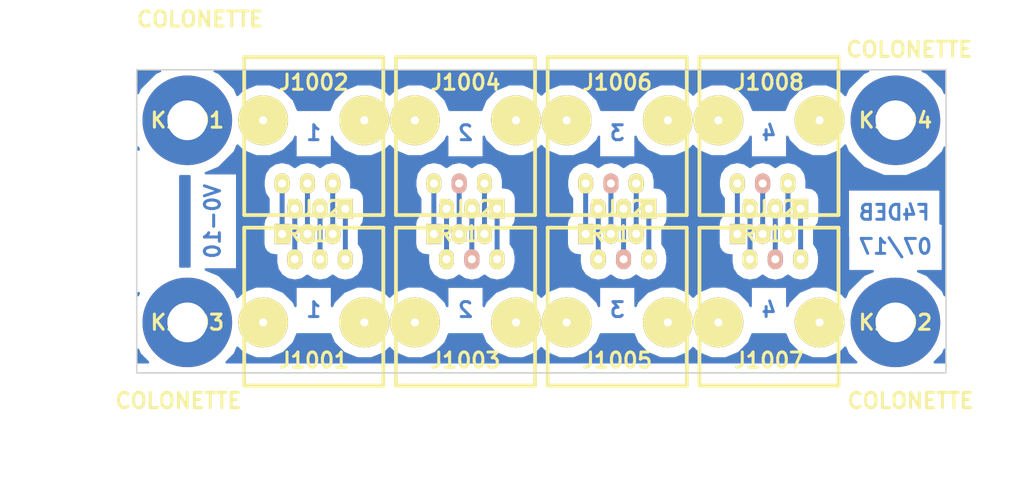
<source format=kicad_pcb>
(kicad_pcb (version 4) (host pcbnew 4.0.6)

  (general
    (links 28)
    (no_connects 0)
    (area 181.713287 44.1738 285.185 93.378001)
    (thickness 1.6)
    (drawings 23)
    (tracks 24)
    (zones 0)
    (modules 12)
    (nets 45)
  )

  (page A4)
  (title_block
    (title ICD_BOARD)
    (date 2017-07-18)
    (rev V0-10)
    (company F4DEB)
  )

  (layers
    (0 F.Cu signal)
    (31 B.Cu signal)
    (32 B.Adhes user)
    (33 F.Adhes user)
    (34 B.Paste user)
    (35 F.Paste user)
    (36 B.SilkS user)
    (37 F.SilkS user)
    (38 B.Mask user)
    (39 F.Mask user)
    (40 Dwgs.User user)
    (41 Cmts.User user)
    (42 Eco1.User user)
    (43 Eco2.User user)
    (44 Edge.Cuts user)
    (45 Margin user)
    (46 B.CrtYd user)
    (47 F.CrtYd user)
    (48 B.Fab user)
    (49 F.Fab user)
  )

  (setup
    (last_trace_width 0.25)
    (user_trace_width 0.3)
    (user_trace_width 0.35)
    (user_trace_width 0.5)
    (trace_clearance 0.2)
    (zone_clearance 1)
    (zone_45_only no)
    (trace_min 0.2)
    (segment_width 0.2)
    (edge_width 0.15)
    (via_size 0.6)
    (via_drill 0.4)
    (via_min_size 0.4)
    (via_min_drill 0.3)
    (user_via 1.3 0.8)
    (uvia_size 0.3)
    (uvia_drill 0.1)
    (uvias_allowed no)
    (uvia_min_size 0.2)
    (uvia_min_drill 0.1)
    (pcb_text_width 0.3)
    (pcb_text_size 1.5 1.5)
    (mod_edge_width 0.15)
    (mod_text_size 1 1)
    (mod_text_width 0.15)
    (pad_size 1.5 2)
    (pad_drill 0.8128)
    (pad_to_mask_clearance 0.2)
    (aux_axis_origin 0 0)
    (visible_elements 7FFFFFFF)
    (pcbplotparams
      (layerselection 0x21000_00000001)
      (usegerberextensions false)
      (excludeedgelayer true)
      (linewidth 0.050000)
      (plotframeref true)
      (viasonmask false)
      (mode 1)
      (useauxorigin false)
      (hpglpennumber 1)
      (hpglpenspeed 20)
      (hpglpendiameter 15)
      (hpglpenoverlay 2)
      (psnegative false)
      (psa4output false)
      (plotreference true)
      (plotvalue true)
      (plotinvisibletext false)
      (padsonsilk false)
      (subtractmaskfromsilk false)
      (outputformat 5)
      (mirror false)
      (drillshape 2)
      (scaleselection 1)
      (outputdirectory ""))
  )

  (net 0 "")
  (net 1 "Net-(J1001-Pad4)")
  (net 2 "Net-(J1001-Pad2)")
  (net 3 "Net-(J1001-Pad6)")
  (net 4 "Net-(J1001-Pad1)")
  (net 5 "Net-(J1001-Pad3)")
  (net 6 "Net-(J1001-Pad5)")
  (net 7 "Net-(J1003-Pad4)")
  (net 8 "Net-(J1003-Pad2)")
  (net 9 "Net-(J1003-Pad6)")
  (net 10 "Net-(J1003-Pad1)")
  (net 11 "Net-(J1003-Pad3)")
  (net 12 "Net-(J1003-Pad5)")
  (net 13 "Net-(J1005-Pad4)")
  (net 14 "Net-(J1005-Pad2)")
  (net 15 "Net-(J1005-Pad6)")
  (net 16 "Net-(J1005-Pad1)")
  (net 17 "Net-(J1005-Pad3)")
  (net 18 "Net-(J1005-Pad5)")
  (net 19 "Net-(J1007-Pad4)")
  (net 20 "Net-(J1007-Pad2)")
  (net 21 "Net-(J1007-Pad6)")
  (net 22 "Net-(J1007-Pad1)")
  (net 23 "Net-(J1007-Pad3)")
  (net 24 "Net-(J1007-Pad5)")
  (net 25 "Net-(K1001-Pad1)")
  (net 26 "Net-(K1002-Pad1)")
  (net 27 "Net-(K1003-Pad1)")
  (net 28 "Net-(K1004-Pad1)")
  (net 29 "Net-(J1001-Pad8)")
  (net 30 "Net-(J1001-Pad7)")
  (net 31 "Net-(J1002-Pad8)")
  (net 32 "Net-(J1002-Pad7)")
  (net 33 "Net-(J1003-Pad8)")
  (net 34 "Net-(J1003-Pad7)")
  (net 35 "Net-(J1004-Pad8)")
  (net 36 "Net-(J1004-Pad7)")
  (net 37 "Net-(J1005-Pad8)")
  (net 38 "Net-(J1005-Pad7)")
  (net 39 "Net-(J1006-Pad8)")
  (net 40 "Net-(J1006-Pad7)")
  (net 41 "Net-(J1007-Pad8)")
  (net 42 "Net-(J1007-Pad7)")
  (net 43 "Net-(J1008-Pad8)")
  (net 44 "Net-(J1008-Pad7)")

  (net_class Default "Ceci est la Netclass par défaut"
    (clearance 0.2)
    (trace_width 0.25)
    (via_dia 0.6)
    (via_drill 0.4)
    (uvia_dia 0.3)
    (uvia_drill 0.1)
    (add_net "Net-(J1001-Pad1)")
    (add_net "Net-(J1001-Pad2)")
    (add_net "Net-(J1001-Pad3)")
    (add_net "Net-(J1001-Pad4)")
    (add_net "Net-(J1001-Pad5)")
    (add_net "Net-(J1001-Pad6)")
    (add_net "Net-(J1001-Pad7)")
    (add_net "Net-(J1001-Pad8)")
    (add_net "Net-(J1002-Pad7)")
    (add_net "Net-(J1002-Pad8)")
    (add_net "Net-(J1003-Pad1)")
    (add_net "Net-(J1003-Pad2)")
    (add_net "Net-(J1003-Pad3)")
    (add_net "Net-(J1003-Pad4)")
    (add_net "Net-(J1003-Pad5)")
    (add_net "Net-(J1003-Pad6)")
    (add_net "Net-(J1003-Pad7)")
    (add_net "Net-(J1003-Pad8)")
    (add_net "Net-(J1004-Pad7)")
    (add_net "Net-(J1004-Pad8)")
    (add_net "Net-(J1005-Pad1)")
    (add_net "Net-(J1005-Pad2)")
    (add_net "Net-(J1005-Pad3)")
    (add_net "Net-(J1005-Pad4)")
    (add_net "Net-(J1005-Pad5)")
    (add_net "Net-(J1005-Pad6)")
    (add_net "Net-(J1005-Pad7)")
    (add_net "Net-(J1005-Pad8)")
    (add_net "Net-(J1006-Pad7)")
    (add_net "Net-(J1006-Pad8)")
    (add_net "Net-(J1007-Pad1)")
    (add_net "Net-(J1007-Pad2)")
    (add_net "Net-(J1007-Pad3)")
    (add_net "Net-(J1007-Pad4)")
    (add_net "Net-(J1007-Pad5)")
    (add_net "Net-(J1007-Pad6)")
    (add_net "Net-(J1007-Pad7)")
    (add_net "Net-(J1007-Pad8)")
    (add_net "Net-(J1008-Pad7)")
    (add_net "Net-(J1008-Pad8)")
    (add_net "Net-(K1001-Pad1)")
    (add_net "Net-(K1002-Pad1)")
    (add_net "Net-(K1003-Pad1)")
    (add_net "Net-(K1004-Pad1)")
  )

  (module 4deb-mod-library:RJ12_E (layer F.Cu) (tedit 596E3EAC) (tstamp 56BBB7FB)
    (at 229.87 36.703)
    (path /56B2663E)
    (fp_text reference J1003 (at 0 12.7) (layer F.SilkS)
      (effects (font (thickness 0.3048)))
    )
    (fp_text value RJ12 (at 0 -2.54) (layer F.SilkS)
      (effects (font (thickness 0.3048)))
    )
    (fp_line (start 6.985 -0.635) (end 6.985 15.24) (layer F.SilkS) (width 0.381))
    (fp_line (start 6.985 15.24) (end -6.985 15.24) (layer F.SilkS) (width 0.381))
    (fp_line (start -6.985 15.24) (end -6.985 -0.635) (layer F.SilkS) (width 0.381))
    (fp_line (start -6.985 -0.635) (end 6.985 -0.635) (layer F.SilkS) (width 0.381))
    (pad 4 thru_hole oval (at 0.635 2.54) (size 1.5 2) (drill 0.8128) (layers *.Cu *.Mask B.SilkS)
      (net 7 "Net-(J1003-Pad4)"))
    (pad 2 thru_hole oval (at -1.905 2.54) (size 1.5 2) (drill 0.8128) (layers *.Cu *.Mask F.SilkS)
      (net 8 "Net-(J1003-Pad2)"))
    (pad 6 thru_hole oval (at 3.175 2.54) (size 1.5 2) (drill 0.8128) (layers *.Cu *.Mask F.SilkS)
      (net 9 "Net-(J1003-Pad6)"))
    (pad 1 thru_hole rect (at -3.175 0) (size 1.5 2) (drill 0.8128) (layers *.Cu *.Mask F.SilkS)
      (net 10 "Net-(J1003-Pad1)"))
    (pad 3 thru_hole oval (at -0.635 0) (size 1.5 2) (drill 0.8128) (layers *.Cu *.Mask F.SilkS)
      (net 11 "Net-(J1003-Pad3)"))
    (pad 5 thru_hole oval (at 1.905 0) (size 1.5 2) (drill 0.8128) (layers *.Cu *.Mask F.SilkS)
      (net 12 "Net-(J1003-Pad5)"))
    (pad 8 thru_hole circle (at 5.08 8.89) (size 5 5) (drill 0.8128) (layers *.Cu *.Mask F.SilkS)
      (net 33 "Net-(J1003-Pad8)"))
    (pad 7 thru_hole circle (at -5.08 8.89) (size 5 5) (drill 0.8128) (layers *.Cu *.Mask F.SilkS)
      (net 34 "Net-(J1003-Pad7)"))
    (model RJ12-COUDE.wrl
      (at (xyz 0 0 0))
      (scale (xyz 1 1 1))
      (rotate (xyz 0 0 0))
    )
  )

  (module 4deb-mod-library:RJ12_E (layer F.Cu) (tedit 596E3D66) (tstamp 56BBB7DD)
    (at 214.63 36.703)
    (path /56B2657B)
    (fp_text reference J1001 (at 0 12.7) (layer F.SilkS)
      (effects (font (thickness 0.3048)))
    )
    (fp_text value RJ12 (at 0 -2.54) (layer F.SilkS)
      (effects (font (thickness 0.3048)))
    )
    (fp_line (start 6.985 -0.635) (end 6.985 15.24) (layer F.SilkS) (width 0.381))
    (fp_line (start 6.985 15.24) (end -6.985 15.24) (layer F.SilkS) (width 0.381))
    (fp_line (start -6.985 15.24) (end -6.985 -0.635) (layer F.SilkS) (width 0.381))
    (fp_line (start -6.985 -0.635) (end 6.985 -0.635) (layer F.SilkS) (width 0.381))
    (pad 4 thru_hole oval (at 0.635 2.54) (size 1.5 2) (drill 0.8128) (layers *.Cu *.Mask F.SilkS)
      (net 1 "Net-(J1001-Pad4)"))
    (pad 2 thru_hole oval (at -1.905 2.54) (size 1.5 2) (drill 0.8128) (layers *.Cu *.Mask F.SilkS)
      (net 2 "Net-(J1001-Pad2)"))
    (pad 6 thru_hole oval (at 3.175 2.54) (size 1.5 2) (drill 0.8128) (layers *.Cu *.Mask F.SilkS)
      (net 3 "Net-(J1001-Pad6)"))
    (pad 1 thru_hole rect (at -3.175 0) (size 1.5 2) (drill 0.8128) (layers *.Cu *.Mask F.SilkS)
      (net 4 "Net-(J1001-Pad1)"))
    (pad 3 thru_hole oval (at -0.635 0) (size 1.5 2) (drill 0.8128) (layers *.Cu *.Mask F.SilkS)
      (net 5 "Net-(J1001-Pad3)"))
    (pad 5 thru_hole oval (at 1.905 0) (size 1.5 2) (drill 0.8128) (layers *.Cu *.Mask F.SilkS)
      (net 6 "Net-(J1001-Pad5)"))
    (pad 8 thru_hole circle (at 5.08 8.89) (size 5 5) (drill 0.8128) (layers *.Cu *.Mask F.SilkS)
      (net 29 "Net-(J1001-Pad8)"))
    (pad 7 thru_hole circle (at -5.08 8.89) (size 5 5) (drill 0.8128) (layers *.Cu *.Mask F.SilkS)
      (net 30 "Net-(J1001-Pad7)"))
    (model RJ12-COUDE.wrl
      (at (xyz 0 0 0))
      (scale (xyz 1 1 1))
      (rotate (xyz 0 0 0))
    )
  )

  (module 4deb-mod-library:RJ12_E (layer F.Cu) (tedit 596E40AE) (tstamp 56BBB846)
    (at 260.35 34.163 180)
    (path /56B26ACD)
    (fp_text reference J1008 (at 0 12.7 180) (layer F.SilkS)
      (effects (font (thickness 0.3048)))
    )
    (fp_text value RJ12 (at 0 -2.54 180) (layer F.SilkS)
      (effects (font (thickness 0.3048)))
    )
    (fp_line (start 6.985 -0.635) (end 6.985 15.24) (layer F.SilkS) (width 0.381))
    (fp_line (start 6.985 15.24) (end -6.985 15.24) (layer F.SilkS) (width 0.381))
    (fp_line (start -6.985 15.24) (end -6.985 -0.635) (layer F.SilkS) (width 0.381))
    (fp_line (start -6.985 -0.635) (end 6.985 -0.635) (layer F.SilkS) (width 0.381))
    (pad 4 thru_hole oval (at 0.635 2.54 180) (size 1.5 2) (drill 0.8128) (layers *.Cu *.Mask B.SilkS)
      (net 23 "Net-(J1007-Pad3)"))
    (pad 2 thru_hole oval (at -1.905 2.54 180) (size 1.5 2) (drill 0.8128) (layers *.Cu *.Mask F.SilkS)
      (net 24 "Net-(J1007-Pad5)"))
    (pad 6 thru_hole oval (at 3.175 2.54 180) (size 1.5 2) (drill 0.8128) (layers *.Cu *.Mask F.SilkS)
      (net 22 "Net-(J1007-Pad1)"))
    (pad 1 thru_hole rect (at -3.175 0 180) (size 1.5 2) (drill 0.8128) (layers *.Cu *.Mask F.SilkS)
      (net 21 "Net-(J1007-Pad6)"))
    (pad 3 thru_hole oval (at -0.635 0 180) (size 1.5 2) (drill 0.8128) (layers *.Cu *.Mask F.SilkS)
      (net 19 "Net-(J1007-Pad4)"))
    (pad 5 thru_hole oval (at 1.905 0 180) (size 1.5 2) (drill 0.8128) (layers *.Cu *.Mask F.SilkS)
      (net 20 "Net-(J1007-Pad2)"))
    (pad 8 thru_hole circle (at 5.08 8.89 180) (size 5 5) (drill 0.8128) (layers *.Cu *.Mask F.SilkS)
      (net 43 "Net-(J1008-Pad8)"))
    (pad 7 thru_hole circle (at -5.08 8.89 180) (size 5 5) (drill 0.8128) (layers *.Cu *.Mask F.SilkS)
      (net 44 "Net-(J1008-Pad7)"))
    (model RJ12-COUDE.wrl
      (at (xyz 0 0 0))
      (scale (xyz 1 1 1))
      (rotate (xyz 0 0 0))
    )
  )

  (module 4deb-mod-library:RJ12_E (layer F.Cu) (tedit 596E40E8) (tstamp 56BBB837)
    (at 260.35 36.703)
    (path /56B26756)
    (fp_text reference J1007 (at 0 12.7) (layer F.SilkS)
      (effects (font (thickness 0.3048)))
    )
    (fp_text value RJ12 (at 0 -2.54) (layer F.SilkS)
      (effects (font (thickness 0.3048)))
    )
    (fp_line (start 6.985 -0.635) (end 6.985 15.24) (layer F.SilkS) (width 0.381))
    (fp_line (start 6.985 15.24) (end -6.985 15.24) (layer F.SilkS) (width 0.381))
    (fp_line (start -6.985 15.24) (end -6.985 -0.635) (layer F.SilkS) (width 0.381))
    (fp_line (start -6.985 -0.635) (end 6.985 -0.635) (layer F.SilkS) (width 0.381))
    (pad 4 thru_hole oval (at 0.635 2.54) (size 1.5 2) (drill 0.8128) (layers *.Cu *.Mask B.SilkS)
      (net 19 "Net-(J1007-Pad4)"))
    (pad 2 thru_hole oval (at -1.905 2.54) (size 1.5 2) (drill 0.8128) (layers *.Cu *.Mask F.SilkS)
      (net 20 "Net-(J1007-Pad2)"))
    (pad 6 thru_hole oval (at 3.175 2.54) (size 1.5 2) (drill 0.8128) (layers *.Cu *.Mask F.SilkS)
      (net 21 "Net-(J1007-Pad6)"))
    (pad 1 thru_hole rect (at -3.175 0) (size 1.5 2) (drill 0.8128) (layers *.Cu *.Mask F.SilkS)
      (net 22 "Net-(J1007-Pad1)"))
    (pad 3 thru_hole oval (at -0.635 0) (size 1.5 2) (drill 0.8128) (layers *.Cu *.Mask F.SilkS)
      (net 23 "Net-(J1007-Pad3)"))
    (pad 5 thru_hole oval (at 1.905 0) (size 1.5 2) (drill 0.8128) (layers *.Cu *.Mask F.SilkS)
      (net 24 "Net-(J1007-Pad5)"))
    (pad 8 thru_hole circle (at 5.08 8.89) (size 5 5) (drill 0.8128) (layers *.Cu *.Mask F.SilkS)
      (net 41 "Net-(J1007-Pad8)"))
    (pad 7 thru_hole circle (at -5.08 8.89) (size 5 5) (drill 0.8128) (layers *.Cu *.Mask F.SilkS)
      (net 42 "Net-(J1007-Pad7)"))
    (model RJ12-COUDE.wrl
      (at (xyz 0 0 0))
      (scale (xyz 1 1 1))
      (rotate (xyz 0 0 0))
    )
  )

  (module 4deb-mod-library:RJ12_E (layer F.Cu) (tedit 596E3F5C) (tstamp 56BBB828)
    (at 245.11 34.163 180)
    (path /56B26AC7)
    (fp_text reference J1006 (at 0 12.7 180) (layer F.SilkS)
      (effects (font (thickness 0.3048)))
    )
    (fp_text value RJ12 (at 0 -2.54 180) (layer F.SilkS)
      (effects (font (thickness 0.3048)))
    )
    (fp_line (start 6.985 -0.635) (end 6.985 15.24) (layer F.SilkS) (width 0.381))
    (fp_line (start 6.985 15.24) (end -6.985 15.24) (layer F.SilkS) (width 0.381))
    (fp_line (start -6.985 15.24) (end -6.985 -0.635) (layer F.SilkS) (width 0.381))
    (fp_line (start -6.985 -0.635) (end 6.985 -0.635) (layer F.SilkS) (width 0.381))
    (pad 4 thru_hole oval (at 0.635 2.54 180) (size 1.5 2) (drill 0.8128) (layers *.Cu *.Mask B.SilkS)
      (net 17 "Net-(J1005-Pad3)"))
    (pad 2 thru_hole oval (at -1.905 2.54 180) (size 1.5 2) (drill 0.8128) (layers *.Cu *.Mask F.SilkS)
      (net 18 "Net-(J1005-Pad5)"))
    (pad 6 thru_hole oval (at 3.175 2.54 180) (size 1.5 2) (drill 0.8128) (layers *.Cu *.Mask F.SilkS)
      (net 16 "Net-(J1005-Pad1)"))
    (pad 1 thru_hole rect (at -3.175 0 180) (size 1.5 2) (drill 0.8128) (layers *.Cu *.Mask F.SilkS)
      (net 15 "Net-(J1005-Pad6)"))
    (pad 3 thru_hole oval (at -0.635 0 180) (size 1.5 2) (drill 0.8128) (layers *.Cu *.Mask F.SilkS)
      (net 13 "Net-(J1005-Pad4)"))
    (pad 5 thru_hole oval (at 1.905 0 180) (size 1.5 2) (drill 0.8128) (layers *.Cu *.Mask F.SilkS)
      (net 14 "Net-(J1005-Pad2)"))
    (pad 8 thru_hole circle (at 5.08 8.89 180) (size 5 5) (drill 0.8128) (layers *.Cu *.Mask F.SilkS)
      (net 39 "Net-(J1006-Pad8)"))
    (pad 7 thru_hole circle (at -5.08 8.89 180) (size 5 5) (drill 0.8128) (layers *.Cu *.Mask F.SilkS)
      (net 40 "Net-(J1006-Pad7)"))
    (model RJ12-COUDE.wrl
      (at (xyz 0 0 0))
      (scale (xyz 1 1 1))
      (rotate (xyz 0 0 0))
    )
  )

  (module 4deb-mod-library:RJ12_E (layer F.Cu) (tedit 596E404E) (tstamp 56BBB819)
    (at 245.11 36.703)
    (path /56B2670F)
    (fp_text reference J1005 (at 0 12.7) (layer F.SilkS)
      (effects (font (thickness 0.3048)))
    )
    (fp_text value RJ12 (at 0 -2.54) (layer F.SilkS)
      (effects (font (thickness 0.3048)))
    )
    (fp_line (start 6.985 -0.635) (end 6.985 15.24) (layer F.SilkS) (width 0.381))
    (fp_line (start 6.985 15.24) (end -6.985 15.24) (layer F.SilkS) (width 0.381))
    (fp_line (start -6.985 15.24) (end -6.985 -0.635) (layer F.SilkS) (width 0.381))
    (fp_line (start -6.985 -0.635) (end 6.985 -0.635) (layer F.SilkS) (width 0.381))
    (pad 4 thru_hole oval (at 0.635 2.54) (size 1.5 2) (drill 0.8128) (layers *.Cu *.Mask B.SilkS)
      (net 13 "Net-(J1005-Pad4)"))
    (pad 2 thru_hole oval (at -1.905 2.54) (size 1.5 2) (drill 0.8128) (layers *.Cu *.Mask F.SilkS)
      (net 14 "Net-(J1005-Pad2)"))
    (pad 6 thru_hole oval (at 3.175 2.54) (size 1.5 2) (drill 0.8128) (layers *.Cu *.Mask F.SilkS)
      (net 15 "Net-(J1005-Pad6)"))
    (pad 1 thru_hole rect (at -3.175 0) (size 1.5 2) (drill 0.8128) (layers *.Cu *.Mask F.SilkS)
      (net 16 "Net-(J1005-Pad1)"))
    (pad 3 thru_hole oval (at -0.635 0) (size 1.5 2) (drill 0.8128) (layers *.Cu *.Mask F.SilkS)
      (net 17 "Net-(J1005-Pad3)"))
    (pad 5 thru_hole oval (at 1.905 0) (size 1.5 2) (drill 0.8128) (layers *.Cu *.Mask F.SilkS)
      (net 18 "Net-(J1005-Pad5)"))
    (pad 8 thru_hole circle (at 5.08 8.89) (size 5 5) (drill 0.8128) (layers *.Cu *.Mask F.SilkS)
      (net 37 "Net-(J1005-Pad8)"))
    (pad 7 thru_hole circle (at -5.08 8.89) (size 5 5) (drill 0.8128) (layers *.Cu *.Mask F.SilkS)
      (net 38 "Net-(J1005-Pad7)"))
    (model RJ12-COUDE.wrl
      (at (xyz 0 0 0))
      (scale (xyz 1 1 1))
      (rotate (xyz 0 0 0))
    )
  )

  (module 4deb-mod-library:RJ12_E (layer F.Cu) (tedit 596E3E6A) (tstamp 56BBB80A)
    (at 229.87 34.163 180)
    (path /56B26AC1)
    (fp_text reference J1004 (at 0 12.7 180) (layer F.SilkS)
      (effects (font (thickness 0.3048)))
    )
    (fp_text value RJ12 (at 0 -2.54 180) (layer F.SilkS)
      (effects (font (thickness 0.3048)))
    )
    (fp_line (start 6.985 -0.635) (end 6.985 15.24) (layer F.SilkS) (width 0.381))
    (fp_line (start 6.985 15.24) (end -6.985 15.24) (layer F.SilkS) (width 0.381))
    (fp_line (start -6.985 15.24) (end -6.985 -0.635) (layer F.SilkS) (width 0.381))
    (fp_line (start -6.985 -0.635) (end 6.985 -0.635) (layer F.SilkS) (width 0.381))
    (pad 4 thru_hole oval (at 0.635 2.54 180) (size 1.5 2) (drill 0.8128) (layers *.Cu *.Mask B.SilkS)
      (net 11 "Net-(J1003-Pad3)"))
    (pad 2 thru_hole oval (at -1.905 2.54 180) (size 1.5 2) (drill 0.8128) (layers *.Cu *.Mask F.SilkS)
      (net 12 "Net-(J1003-Pad5)"))
    (pad 6 thru_hole oval (at 3.175 2.54 180) (size 1.5 2) (drill 0.8128) (layers *.Cu *.Mask F.SilkS)
      (net 10 "Net-(J1003-Pad1)"))
    (pad 1 thru_hole rect (at -3.175 0 180) (size 1.5 2) (drill 0.8128) (layers *.Cu *.Mask F.SilkS)
      (net 9 "Net-(J1003-Pad6)"))
    (pad 3 thru_hole oval (at -0.635 0 180) (size 1.5 2) (drill 0.8128) (layers *.Cu *.Mask F.SilkS)
      (net 7 "Net-(J1003-Pad4)"))
    (pad 5 thru_hole oval (at 1.905 0 180) (size 1.5 2) (drill 0.8128) (layers *.Cu *.Mask F.SilkS)
      (net 8 "Net-(J1003-Pad2)"))
    (pad 8 thru_hole circle (at 5.08 8.89 180) (size 5 5) (drill 0.8128) (layers *.Cu *.Mask F.SilkS)
      (net 35 "Net-(J1004-Pad8)"))
    (pad 7 thru_hole circle (at -5.08 8.89 180) (size 5 5) (drill 0.8128) (layers *.Cu *.Mask F.SilkS)
      (net 36 "Net-(J1004-Pad7)"))
    (model RJ12-COUDE.wrl
      (at (xyz 0 0 0))
      (scale (xyz 1 1 1))
      (rotate (xyz 0 0 0))
    )
  )

  (module 4deb-mod-library:RJ12_E (layer F.Cu) (tedit 596E3D71) (tstamp 56BBB7EC)
    (at 214.63 34.163 180)
    (path /56B26ABB)
    (fp_text reference J1002 (at 0 12.7 180) (layer F.SilkS)
      (effects (font (thickness 0.3048)))
    )
    (fp_text value RJ12 (at 0 -2.54 180) (layer F.SilkS)
      (effects (font (thickness 0.3048)))
    )
    (fp_line (start 6.985 -0.635) (end 6.985 15.24) (layer F.SilkS) (width 0.381))
    (fp_line (start 6.985 15.24) (end -6.985 15.24) (layer F.SilkS) (width 0.381))
    (fp_line (start -6.985 15.24) (end -6.985 -0.635) (layer F.SilkS) (width 0.381))
    (fp_line (start -6.985 -0.635) (end 6.985 -0.635) (layer F.SilkS) (width 0.381))
    (pad 4 thru_hole oval (at 0.635 2.54 180) (size 1.5 2) (drill 0.8128) (layers *.Cu *.Mask F.SilkS)
      (net 5 "Net-(J1001-Pad3)"))
    (pad 2 thru_hole oval (at -1.905 2.54 180) (size 1.5 2) (drill 0.8128) (layers *.Cu *.Mask F.SilkS)
      (net 6 "Net-(J1001-Pad5)"))
    (pad 6 thru_hole oval (at 3.175 2.54 180) (size 1.5 2) (drill 0.8128) (layers *.Cu *.Mask F.SilkS)
      (net 4 "Net-(J1001-Pad1)"))
    (pad 1 thru_hole rect (at -3.175 0 180) (size 1.5 2) (drill 0.8128) (layers *.Cu *.Mask F.SilkS)
      (net 3 "Net-(J1001-Pad6)"))
    (pad 3 thru_hole oval (at -0.635 0 180) (size 1.5 2) (drill 0.8128) (layers *.Cu *.Mask F.SilkS)
      (net 1 "Net-(J1001-Pad4)"))
    (pad 5 thru_hole oval (at 1.905 0 180) (size 1.5 2) (drill 0.8128) (layers *.Cu *.Mask F.SilkS)
      (net 2 "Net-(J1001-Pad2)"))
    (pad 8 thru_hole circle (at 5.08 8.89 180) (size 5 5) (drill 0.8128) (layers *.Cu *.Mask F.SilkS)
      (net 31 "Net-(J1002-Pad8)"))
    (pad 7 thru_hole circle (at -5.08 8.89 180) (size 5 5) (drill 0.8128) (layers *.Cu *.Mask F.SilkS)
      (net 32 "Net-(J1002-Pad7)"))
    (model RJ12-COUDE.wrl
      (at (xyz 0 0 0))
      (scale (xyz 1 1 1))
      (rotate (xyz 0 0 0))
    )
  )

  (module 4deb-mod-library:COLONETTE (layer F.Cu) (tedit 596CF754) (tstamp 56BBB7D8)
    (at 201.93 25.273)
    (path /56B27036)
    (fp_text reference K1001 (at 0 0) (layer F.SilkS)
      (effects (font (thickness 0.3048)))
    )
    (fp_text value COLONETTE (at 1.27 -10.16) (layer F.SilkS)
      (effects (font (thickness 0.3048)))
    )
    (pad 1 thru_hole circle (at 0 0) (size 8.99922 8.99922) (drill 4.0005) (layers *.Cu)
      (net 25 "Net-(K1001-Pad1)"))
    (pad 1 thru_hole circle (at 0 0) (size 2 2) (drill 0.6) (layers *.Cu *.Mask F.SilkS)
      (net 25 "Net-(K1001-Pad1)"))
    (model Colonette1.wrl
      (at (xyz 0 0 0))
      (scale (xyz 1 1 1))
      (rotate (xyz 0 0 0))
    )
  )

  (module 4deb-mod-library:COLONETTE (layer F.Cu) (tedit 56BBB71A) (tstamp 56BBB7D3)
    (at 273.05 45.593)
    (path /56B27193)
    (fp_text reference K1002 (at 0 0) (layer F.SilkS)
      (effects (font (thickness 0.3048)))
    )
    (fp_text value COLONETTE (at 1.524 7.874) (layer F.SilkS)
      (effects (font (thickness 0.3048)))
    )
    (pad 1 thru_hole circle (at 0 0) (size 8.99922 8.99922) (drill 4.0005) (layers *.Cu)
      (net 26 "Net-(K1002-Pad1)"))
    (pad 1 thru_hole circle (at 0 0) (size 2 2) (drill 0.6) (layers *.Cu *.Mask F.SilkS)
      (net 26 "Net-(K1002-Pad1)"))
    (model Colonette1.wrl
      (at (xyz 0 0 0))
      (scale (xyz 1 1 1))
      (rotate (xyz 0 0 0))
    )
  )

  (module 4deb-mod-library:COLONETTE (layer F.Cu) (tedit 56BBB70F) (tstamp 56BBB7CE)
    (at 201.93 45.593)
    (path /56B2725C)
    (fp_text reference K1003 (at 0 0) (layer F.SilkS)
      (effects (font (thickness 0.3048)))
    )
    (fp_text value COLONETTE (at -0.889 7.874) (layer F.SilkS)
      (effects (font (thickness 0.3048)))
    )
    (pad 1 thru_hole circle (at 0 0) (size 8.99922 8.99922) (drill 4.0005) (layers *.Cu)
      (net 27 "Net-(K1003-Pad1)"))
    (pad 1 thru_hole circle (at 0 0) (size 2 2) (drill 0.6) (layers *.Cu *.Mask F.SilkS)
      (net 27 "Net-(K1003-Pad1)"))
    (model Colonette1.wrl
      (at (xyz 0 0 0))
      (scale (xyz 1 1 1))
      (rotate (xyz 0 0 0))
    )
  )

  (module 4deb-mod-library:COLONETTE (layer F.Cu) (tedit 56BBB713) (tstamp 56BBB7C9)
    (at 273.05 25.273)
    (path /56B2732B)
    (fp_text reference K1004 (at 0 0) (layer F.SilkS)
      (effects (font (thickness 0.3048)))
    )
    (fp_text value COLONETTE (at 1.397 -7.112) (layer F.SilkS)
      (effects (font (thickness 0.3048)))
    )
    (pad 1 thru_hole circle (at 0 0) (size 8.99922 8.99922) (drill 4.0005) (layers *.Cu)
      (net 28 "Net-(K1004-Pad1)"))
    (pad 1 thru_hole circle (at 0 0) (size 2 2) (drill 0.6) (layers *.Cu *.Mask F.SilkS)
      (net 28 "Net-(K1004-Pad1)"))
    (model Colonette1.wrl
      (at (xyz 0 0 0))
      (scale (xyz 1 1 1))
      (rotate (xyz 0 0 0))
    )
  )

  (dimension 5.08 (width 0.3) (layer F.Fab)
    (gr_text "5,080 mm" (at 275.59 61.548) (layer F.Fab)
      (effects (font (size 1.5 1.5) (thickness 0.3)))
    )
    (feature1 (pts (xy 278.13 57.658) (xy 278.13 62.898)))
    (feature2 (pts (xy 273.05 57.658) (xy 273.05 62.898)))
    (crossbar (pts (xy 273.05 60.198) (xy 278.13 60.198)))
    (arrow1a (pts (xy 278.13 60.198) (xy 277.003496 60.784421)))
    (arrow1b (pts (xy 278.13 60.198) (xy 277.003496 59.611579)))
    (arrow2a (pts (xy 273.05 60.198) (xy 274.176504 60.784421)))
    (arrow2b (pts (xy 273.05 60.198) (xy 274.176504 59.611579)))
  )
  (dimension 5.08 (width 0.3) (layer F.Fab)
    (gr_text "5,080 mm" (at 189.404 59.563 270) (layer F.Fab)
      (effects (font (size 1.5 1.5) (thickness 0.3)))
    )
    (feature1 (pts (xy 192.024 62.103) (xy 188.054 62.103)))
    (feature2 (pts (xy 192.024 57.023) (xy 188.054 57.023)))
    (crossbar (pts (xy 190.754 57.023) (xy 190.754 62.103)))
    (arrow1a (pts (xy 190.754 62.103) (xy 190.167579 60.976496)))
    (arrow1b (pts (xy 190.754 62.103) (xy 191.340421 60.976496)))
    (arrow2a (pts (xy 190.754 57.023) (xy 190.167579 58.149504)))
    (arrow2b (pts (xy 190.754 57.023) (xy 191.340421 58.149504)))
  )
  (dimension 30.48 (width 0.3) (layer F.Fab)
    (gr_text "30,480 mm" (at 280.59 35.433 270) (layer F.Fab)
      (effects (font (size 1.5 1.5) (thickness 0.3)))
    )
    (feature1 (pts (xy 283.845 50.673) (xy 279.24 50.673)))
    (feature2 (pts (xy 283.845 20.193) (xy 279.24 20.193)))
    (crossbar (pts (xy 281.94 20.193) (xy 281.94 50.673)))
    (arrow1a (pts (xy 281.94 50.673) (xy 281.353579 49.546496)))
    (arrow1b (pts (xy 281.94 50.673) (xy 282.526421 49.546496)))
    (arrow2a (pts (xy 281.94 20.193) (xy 281.353579 21.319504)))
    (arrow2b (pts (xy 281.94 20.193) (xy 282.526421 21.319504)))
  )
  (dimension 81.28 (width 0.3) (layer F.Fab)
    (gr_text "81,280 mm" (at 237.49 17.733) (layer F.Fab)
      (effects (font (size 1.5 1.5) (thickness 0.3)))
    )
    (feature1 (pts (xy 278.13 13.843) (xy 278.13 19.083)))
    (feature2 (pts (xy 196.85 13.843) (xy 196.85 19.083)))
    (crossbar (pts (xy 196.85 16.383) (xy 278.13 16.383)))
    (arrow1a (pts (xy 278.13 16.383) (xy 277.003496 16.969421)))
    (arrow1b (pts (xy 278.13 16.383) (xy 277.003496 15.796579)))
    (arrow2a (pts (xy 196.85 16.383) (xy 197.976504 16.969421)))
    (arrow2b (pts (xy 196.85 16.383) (xy 197.976504 15.796579)))
  )
  (gr_line (start 196.85 20.193) (end 196.85 50.673) (angle 90) (layer Edge.Cuts) (width 0.15))
  (gr_line (start 278.13 50.673) (end 196.85 50.673) (angle 90) (layer Edge.Cuts) (width 0.15))
  (gr_line (start 278.13 20.193) (end 278.13 50.673) (angle 90) (layer Edge.Cuts) (width 0.15))
  (gr_line (start 196.85 20.193) (end 278.13 20.193) (angle 90) (layer Edge.Cuts) (width 0.15))
  (gr_text 4 (at 260.35 44.323) (layer B.Cu)
    (effects (font (size 1.5 1.5) (thickness 0.3)) (justify mirror))
  )
  (gr_text 4 (at 260.35 26.543) (layer B.Cu)
    (effects (font (size 1.5 1.5) (thickness 0.3)) (justify mirror))
  )
  (gr_text 3 (at 245.11 44.323) (layer B.Cu)
    (effects (font (size 1.5 1.5) (thickness 0.3)) (justify mirror))
  )
  (gr_text 3 (at 245.11 26.543) (layer B.Cu)
    (effects (font (size 1.5 1.5) (thickness 0.3)) (justify mirror))
  )
  (gr_text 2 (at 229.87 44.323) (layer B.Cu)
    (effects (font (size 1.5 1.5) (thickness 0.3)) (justify mirror))
  )
  (gr_text 2 (at 229.87 26.543) (layer B.Cu)
    (effects (font (size 1.5 1.5) (thickness 0.3)) (justify mirror))
  )
  (gr_text "1\n" (at 214.63 44.323) (layer B.Cu)
    (effects (font (size 1.5 1.5) (thickness 0.3)) (justify mirror))
  )
  (gr_text 1 (at 214.63 26.543) (layer B.Cu)
    (effects (font (size 1.5 1.5) (thickness 0.3)) (justify mirror))
  )
  (gr_line (start 196.85 20.193) (end 196.85 50.673) (angle 90) (layer F.Fab) (width 0.2))
  (gr_line (start 278.13 20.193) (end 278.13 50.673) (angle 90) (layer F.Fab) (width 0.2))
  (gr_line (start 267.335 20.193) (end 278.13 20.193) (angle 90) (layer F.Fab) (width 0.2))
  (gr_line (start 196.85 20.193) (end 267.335 20.193) (angle 90) (layer F.Fab) (width 0.2))
  (gr_text F4DEB (at 272.923 34.544) (layer B.Cu) (tstamp 56BBB86F)
    (effects (font (size 1.5 1.5) (thickness 0.3)) (justify mirror))
  )
  (gr_text 07/17 (at 273.05 37.973) (layer B.Cu) (tstamp 56BBB86E)
    (effects (font (size 1.5 1.5) (thickness 0.3)) (justify mirror))
  )
  (gr_text V0-10 (at 204.47 35.433 90) (layer B.Cu) (tstamp 56BBB86D)
    (effects (font (size 1.5 1.5) (thickness 0.3)) (justify mirror))
  )

  (segment (start 215.265 34.163) (end 215.265 39.243) (width 0.5) (layer B.Cu) (net 1))
  (segment (start 212.725 34.163) (end 212.725 39.243) (width 0.5) (layer B.Cu) (net 2))
  (segment (start 217.805 34.163) (end 217.805 39.243) (width 0.5) (layer B.Cu) (net 3))
  (segment (start 211.455 31.623) (end 211.455 36.703) (width 0.5) (layer B.Cu) (net 4))
  (segment (start 213.995 31.623) (end 213.995 36.703) (width 0.5) (layer B.Cu) (net 5))
  (segment (start 216.535 31.623) (end 216.535 36.703) (width 0.5) (layer B.Cu) (net 6))
  (segment (start 230.505 34.163) (end 230.505 39.243) (width 0.5) (layer B.Cu) (net 7))
  (segment (start 227.965 34.163) (end 227.965 39.243) (width 0.5) (layer B.Cu) (net 8))
  (segment (start 233.045 34.163) (end 233.045 39.243) (width 0.5) (layer B.Cu) (net 9))
  (segment (start 226.695 31.623) (end 226.695 36.703) (width 0.5) (layer B.Cu) (net 10))
  (segment (start 229.235 31.623) (end 229.235 36.703) (width 0.5) (layer B.Cu) (net 11))
  (segment (start 231.775 31.623) (end 231.775 36.703) (width 0.5) (layer B.Cu) (net 12))
  (segment (start 245.745 34.163) (end 245.745 39.243) (width 0.5) (layer B.Cu) (net 13))
  (segment (start 243.205 34.163) (end 243.205 39.243) (width 0.5) (layer B.Cu) (net 14))
  (segment (start 248.285 34.163) (end 248.285 39.243) (width 0.5) (layer B.Cu) (net 15))
  (segment (start 241.935 31.623) (end 241.935 36.703) (width 0.5) (layer B.Cu) (net 16))
  (segment (start 244.475 31.623) (end 244.475 36.703) (width 0.5) (layer B.Cu) (net 17))
  (segment (start 247.015 31.623) (end 247.015 36.703) (width 0.5) (layer B.Cu) (net 18))
  (segment (start 260.985 34.163) (end 260.985 39.243) (width 0.5) (layer B.Cu) (net 19))
  (segment (start 258.445 34.163) (end 258.445 39.243) (width 0.5) (layer B.Cu) (net 20))
  (segment (start 263.525 34.163) (end 263.525 39.243) (width 0.5) (layer B.Cu) (net 21))
  (segment (start 257.175 31.623) (end 257.175 36.703) (width 0.5) (layer B.Cu) (net 22))
  (segment (start 259.715 31.623) (end 259.715 36.703) (width 0.5) (layer B.Cu) (net 23))
  (segment (start 262.255 31.623) (end 262.255 36.703) (width 0.5) (layer B.Cu) (net 24))

  (zone (net 0) (net_name "") (layer B.Cu) (tstamp 596E4217) (hatch edge 0.508)
    (connect_pads (clearance 1))
    (min_thickness 0.254)
    (fill yes (arc_segments 16) (thermal_gap 0.508) (thermal_bridge_width 0.508))
    (polygon
      (pts
        (xy 196.85 20.193) (xy 278.13 20.193) (xy 278.13 50.673) (xy 196.85 50.673)
      )
    )
    (filled_polygon
      (pts
        (xy 197.157211 48.776055) (xy 197.977722 49.598) (xy 196.977 49.598) (xy 196.977 48.339911)
      )
    )
    (filled_polygon
      (pts
        (xy 278.003 49.598) (xy 277.002185 49.598) (xy 277.817227 48.78438) (xy 278.003 48.336989)
      )
    )
    (filled_polygon
      (pts
        (xy 216.633386 47.644846) (xy 217.652787 48.666028) (xy 218.98538 49.219369) (xy 220.42829 49.220628) (xy 221.761846 48.669614)
        (xy 222.249957 48.182354) (xy 222.732787 48.666028) (xy 224.06538 49.219369) (xy 225.50829 49.220628) (xy 226.841846 48.669614)
        (xy 227.863028 47.650213) (xy 228.216067 46.8) (xy 231.524303 46.8) (xy 231.873386 47.644846) (xy 232.892787 48.666028)
        (xy 234.22538 49.219369) (xy 235.66829 49.220628) (xy 237.001846 48.669614) (xy 237.489957 48.182354) (xy 237.972787 48.666028)
        (xy 239.30538 49.219369) (xy 240.74829 49.220628) (xy 242.081846 48.669614) (xy 243.103028 47.650213) (xy 243.456067 46.8)
        (xy 246.764303 46.8) (xy 247.113386 47.644846) (xy 248.132787 48.666028) (xy 249.46538 49.219369) (xy 250.90829 49.220628)
        (xy 252.241846 48.669614) (xy 252.729957 48.182354) (xy 253.212787 48.666028) (xy 254.54538 49.219369) (xy 255.98829 49.220628)
        (xy 257.321846 48.669614) (xy 258.343028 47.650213) (xy 258.696067 46.8) (xy 262.004303 46.8) (xy 262.353386 47.644846)
        (xy 263.372787 48.666028) (xy 264.70538 49.219369) (xy 266.14829 49.220628) (xy 267.481846 48.669614) (xy 268.01381 48.138577)
        (xy 268.277211 48.776055) (xy 269.097722 49.598) (xy 205.882185 49.598) (xy 206.697227 48.78438) (xy 206.965643 48.137963)
        (xy 207.492787 48.666028) (xy 208.82538 49.219369) (xy 210.26829 49.220628) (xy 211.601846 48.669614) (xy 212.623028 47.650213)
        (xy 212.976067 46.8) (xy 216.284303 46.8)
      )
    )
    (filled_polygon
      (pts
        (xy 258.508715 29.02) (xy 262.191286 29.02) (xy 262.191286 26.932534) (xy 262.353386 27.324846) (xy 263.372787 28.346028)
        (xy 264.70538 28.899369) (xy 266.14829 28.900628) (xy 267.481846 28.349614) (xy 268.01381 27.818577) (xy 268.277211 28.456055)
        (xy 269.85862 30.040227) (xy 271.925888 30.898631) (xy 274.164292 30.900585) (xy 276.233055 30.045789) (xy 277.817227 28.46438)
        (xy 278.003 28.016989) (xy 278.003 42.846089) (xy 277.822789 42.409945) (xy 276.24138 40.825773) (xy 275.336417 40.45)
        (xy 277.819857 40.45) (xy 277.819857 35.646) (xy 277.585714 35.646) (xy 277.585714 32.217) (xy 268.260286 32.217)
        (xy 268.260286 37.021) (xy 268.280144 37.021) (xy 268.280144 40.45) (xy 270.762923 40.45) (xy 269.866945 40.820211)
        (xy 268.282773 42.40162) (xy 268.014357 43.048037) (xy 267.487213 42.519972) (xy 266.15462 41.966631) (xy 264.71171 41.965372)
        (xy 263.378154 42.516386) (xy 262.356972 43.535787) (xy 262.191286 43.934803) (xy 262.191286 41.996) (xy 258.508715 41.996)
        (xy 258.508715 43.933468) (xy 258.346614 43.541154) (xy 257.327213 42.519972) (xy 255.99462 41.966631) (xy 254.55171 41.965372)
        (xy 253.218154 42.516386) (xy 252.730043 43.003646) (xy 252.247213 42.519972) (xy 250.91462 41.966631) (xy 249.47171 41.965372)
        (xy 248.138154 42.516386) (xy 247.116972 43.535787) (xy 246.951286 43.934803) (xy 246.951286 41.996) (xy 243.268715 41.996)
        (xy 243.268715 43.933468) (xy 243.106614 43.541154) (xy 242.087213 42.519972) (xy 240.75462 41.966631) (xy 239.31171 41.965372)
        (xy 237.978154 42.516386) (xy 237.490043 43.003646) (xy 237.007213 42.519972) (xy 235.67462 41.966631) (xy 234.23171 41.965372)
        (xy 232.898154 42.516386) (xy 231.876972 43.535787) (xy 231.711286 43.934803) (xy 231.711286 41.996) (xy 228.028715 41.996)
        (xy 228.028715 43.933468) (xy 227.866614 43.541154) (xy 226.847213 42.519972) (xy 225.51462 41.966631) (xy 224.07171 41.965372)
        (xy 222.738154 42.516386) (xy 222.250043 43.003646) (xy 221.767213 42.519972) (xy 220.43462 41.966631) (xy 218.99171 41.965372)
        (xy 217.658154 42.516386) (xy 216.636972 43.535787) (xy 216.471286 43.934803) (xy 216.471286 41.996) (xy 212.788715 41.996)
        (xy 212.788715 43.933468) (xy 212.626614 43.541154) (xy 211.607213 42.519972) (xy 210.27462 41.966631) (xy 208.83171 41.965372)
        (xy 207.498154 42.516386) (xy 206.96619 43.047423) (xy 206.702789 42.409945) (xy 205.12138 40.825773) (xy 203.793248 40.274285)
        (xy 206.947 40.274285) (xy 206.947 35.703) (xy 209.555921 35.703) (xy 209.555921 37.703) (xy 209.634506 38.120641)
        (xy 209.881331 38.504219) (xy 210.257944 38.761548) (xy 210.705 38.852079) (xy 210.867742 38.852079) (xy 210.848 38.95133)
        (xy 210.848 39.53467) (xy 210.990878 40.252967) (xy 211.397761 40.861909) (xy 212.006703 41.268792) (xy 212.725 41.41167)
        (xy 213.443297 41.268792) (xy 213.995 40.900155) (xy 214.546703 41.268792) (xy 215.265 41.41167) (xy 215.983297 41.268792)
        (xy 216.535 40.900155) (xy 217.086703 41.268792) (xy 217.805 41.41167) (xy 218.523297 41.268792) (xy 219.132239 40.861909)
        (xy 219.539122 40.252967) (xy 219.682 39.53467) (xy 219.682 38.95133) (xy 219.539122 38.233033) (xy 219.182 37.698563)
        (xy 219.182 36.098776) (xy 219.356219 35.986669) (xy 219.550041 35.703) (xy 224.795921 35.703) (xy 224.795921 37.703)
        (xy 224.874506 38.120641) (xy 225.121331 38.504219) (xy 225.497944 38.761548) (xy 225.945 38.852079) (xy 226.107742 38.852079)
        (xy 226.088 38.95133) (xy 226.088 39.53467) (xy 226.230878 40.252967) (xy 226.637761 40.861909) (xy 227.246703 41.268792)
        (xy 227.965 41.41167) (xy 228.683297 41.268792) (xy 229.235 40.900155) (xy 229.786703 41.268792) (xy 230.505 41.41167)
        (xy 231.223297 41.268792) (xy 231.775 40.900155) (xy 232.326703 41.268792) (xy 233.045 41.41167) (xy 233.763297 41.268792)
        (xy 234.372239 40.861909) (xy 234.779122 40.252967) (xy 234.922 39.53467) (xy 234.922 38.95133) (xy 234.779122 38.233033)
        (xy 234.422 37.698563) (xy 234.422 36.098776) (xy 234.596219 35.986669) (xy 234.790041 35.703) (xy 240.035921 35.703)
        (xy 240.035921 37.703) (xy 240.114506 38.120641) (xy 240.361331 38.504219) (xy 240.737944 38.761548) (xy 241.185 38.852079)
        (xy 241.347742 38.852079) (xy 241.328 38.95133) (xy 241.328 39.53467) (xy 241.470878 40.252967) (xy 241.877761 40.861909)
        (xy 242.486703 41.268792) (xy 243.205 41.41167) (xy 243.923297 41.268792) (xy 244.475 40.900155) (xy 245.026703 41.268792)
        (xy 245.745 41.41167) (xy 246.463297 41.268792) (xy 247.015 40.900155) (xy 247.566703 41.268792) (xy 248.285 41.41167)
        (xy 249.003297 41.268792) (xy 249.612239 40.861909) (xy 250.019122 40.252967) (xy 250.162 39.53467) (xy 250.162 38.95133)
        (xy 250.019122 38.233033) (xy 249.662 37.698563) (xy 249.662 36.098776) (xy 249.836219 35.986669) (xy 250.030041 35.703)
        (xy 255.275921 35.703) (xy 255.275921 37.703) (xy 255.354506 38.120641) (xy 255.601331 38.504219) (xy 255.977944 38.761548)
        (xy 256.425 38.852079) (xy 256.587742 38.852079) (xy 256.568 38.95133) (xy 256.568 39.53467) (xy 256.710878 40.252967)
        (xy 257.117761 40.861909) (xy 257.726703 41.268792) (xy 258.445 41.41167) (xy 259.163297 41.268792) (xy 259.715 40.900155)
        (xy 260.266703 41.268792) (xy 260.985 41.41167) (xy 261.703297 41.268792) (xy 262.255 40.900155) (xy 262.806703 41.268792)
        (xy 263.525 41.41167) (xy 264.243297 41.268792) (xy 264.852239 40.861909) (xy 265.259122 40.252967) (xy 265.402 39.53467)
        (xy 265.402 38.95133) (xy 265.259122 38.233033) (xy 264.902 37.698563) (xy 264.902 36.098776) (xy 265.076219 35.986669)
        (xy 265.333548 35.610056) (xy 265.424079 35.163) (xy 265.424079 33.163) (xy 265.345494 32.745359) (xy 265.098669 32.361781)
        (xy 264.722056 32.104452) (xy 264.275 32.013921) (xy 264.112258 32.013921) (xy 264.132 31.91467) (xy 264.132 31.33133)
        (xy 263.989122 30.613033) (xy 263.582239 30.004091) (xy 262.973297 29.597208) (xy 262.255 29.45433) (xy 261.536703 29.597208)
        (xy 260.985 29.965845) (xy 260.433297 29.597208) (xy 259.715 29.45433) (xy 258.996703 29.597208) (xy 258.445 29.965845)
        (xy 257.893297 29.597208) (xy 257.175 29.45433) (xy 256.456703 29.597208) (xy 255.847761 30.004091) (xy 255.440878 30.613033)
        (xy 255.298 31.33133) (xy 255.298 31.91467) (xy 255.440878 32.632967) (xy 255.798 33.167437) (xy 255.798 34.767224)
        (xy 255.623781 34.879331) (xy 255.366452 35.255944) (xy 255.275921 35.703) (xy 250.030041 35.703) (xy 250.093548 35.610056)
        (xy 250.184079 35.163) (xy 250.184079 33.163) (xy 250.105494 32.745359) (xy 249.858669 32.361781) (xy 249.482056 32.104452)
        (xy 249.035 32.013921) (xy 248.872258 32.013921) (xy 248.892 31.91467) (xy 248.892 31.33133) (xy 248.749122 30.613033)
        (xy 248.342239 30.004091) (xy 247.733297 29.597208) (xy 247.015 29.45433) (xy 246.296703 29.597208) (xy 245.745 29.965845)
        (xy 245.193297 29.597208) (xy 244.475 29.45433) (xy 243.756703 29.597208) (xy 243.205 29.965845) (xy 242.653297 29.597208)
        (xy 241.935 29.45433) (xy 241.216703 29.597208) (xy 240.607761 30.004091) (xy 240.200878 30.613033) (xy 240.058 31.33133)
        (xy 240.058 31.91467) (xy 240.200878 32.632967) (xy 240.558 33.167437) (xy 240.558 34.767224) (xy 240.383781 34.879331)
        (xy 240.126452 35.255944) (xy 240.035921 35.703) (xy 234.790041 35.703) (xy 234.853548 35.610056) (xy 234.944079 35.163)
        (xy 234.944079 33.163) (xy 234.865494 32.745359) (xy 234.618669 32.361781) (xy 234.242056 32.104452) (xy 233.795 32.013921)
        (xy 233.632258 32.013921) (xy 233.652 31.91467) (xy 233.652 31.33133) (xy 233.509122 30.613033) (xy 233.102239 30.004091)
        (xy 232.493297 29.597208) (xy 231.775 29.45433) (xy 231.056703 29.597208) (xy 230.505 29.965845) (xy 229.953297 29.597208)
        (xy 229.235 29.45433) (xy 228.516703 29.597208) (xy 227.965 29.965845) (xy 227.413297 29.597208) (xy 226.695 29.45433)
        (xy 225.976703 29.597208) (xy 225.367761 30.004091) (xy 224.960878 30.613033) (xy 224.818 31.33133) (xy 224.818 31.91467)
        (xy 224.960878 32.632967) (xy 225.318 33.167437) (xy 225.318 34.767224) (xy 225.143781 34.879331) (xy 224.886452 35.255944)
        (xy 224.795921 35.703) (xy 219.550041 35.703) (xy 219.613548 35.610056) (xy 219.704079 35.163) (xy 219.704079 33.163)
        (xy 219.625494 32.745359) (xy 219.378669 32.361781) (xy 219.002056 32.104452) (xy 218.555 32.013921) (xy 218.392258 32.013921)
        (xy 218.412 31.91467) (xy 218.412 31.33133) (xy 218.269122 30.613033) (xy 217.862239 30.004091) (xy 217.253297 29.597208)
        (xy 216.535 29.45433) (xy 215.816703 29.597208) (xy 215.265 29.965845) (xy 214.713297 29.597208) (xy 213.995 29.45433)
        (xy 213.276703 29.597208) (xy 212.725 29.965845) (xy 212.173297 29.597208) (xy 211.455 29.45433) (xy 210.736703 29.597208)
        (xy 210.127761 30.004091) (xy 209.720878 30.613033) (xy 209.578 31.33133) (xy 209.578 31.91467) (xy 209.720878 32.632967)
        (xy 210.078 33.167437) (xy 210.078 34.767224) (xy 209.903781 34.879331) (xy 209.646452 35.255944) (xy 209.555921 35.703)
        (xy 206.947 35.703) (xy 206.947 30.591715) (xy 203.791814 30.591715) (xy 205.113055 30.045789) (xy 206.697227 28.46438)
        (xy 206.965643 27.817963) (xy 207.492787 28.346028) (xy 208.82538 28.899369) (xy 210.26829 28.900628) (xy 211.601846 28.349614)
        (xy 212.623028 27.330213) (xy 212.788715 26.931194) (xy 212.788715 29.02) (xy 216.471286 29.02) (xy 216.471286 26.932534)
        (xy 216.633386 27.324846) (xy 217.652787 28.346028) (xy 218.98538 28.899369) (xy 220.42829 28.900628) (xy 221.761846 28.349614)
        (xy 222.249957 27.862354) (xy 222.732787 28.346028) (xy 224.06538 28.899369) (xy 225.50829 28.900628) (xy 226.841846 28.349614)
        (xy 227.863028 27.330213) (xy 228.028715 26.931194) (xy 228.028715 29.02) (xy 231.711286 29.02) (xy 231.711286 26.932534)
        (xy 231.873386 27.324846) (xy 232.892787 28.346028) (xy 234.22538 28.899369) (xy 235.66829 28.900628) (xy 237.001846 28.349614)
        (xy 237.489957 27.862354) (xy 237.972787 28.346028) (xy 239.30538 28.899369) (xy 240.74829 28.900628) (xy 242.081846 28.349614)
        (xy 243.103028 27.330213) (xy 243.268715 26.931194) (xy 243.268715 29.02) (xy 246.951286 29.02) (xy 246.951286 26.932534)
        (xy 247.113386 27.324846) (xy 248.132787 28.346028) (xy 249.46538 28.899369) (xy 250.90829 28.900628) (xy 252.241846 28.349614)
        (xy 252.729957 27.862354) (xy 253.212787 28.346028) (xy 254.54538 28.899369) (xy 255.98829 28.900628) (xy 257.321846 28.349614)
        (xy 258.343028 27.330213) (xy 258.508715 26.931194)
      )
    )
    (filled_polygon
      (pts
        (xy 196.977 42.849011) (xy 196.977 42.667143) (xy 197.052518 42.667143)
      )
    )
    (filled_polygon
      (pts
        (xy 202.143 30.899798) (xy 202.143 39.966574) (xy 201.232 39.965778) (xy 201.232 30.899003)
      )
    )
    (filled_polygon
      (pts
        (xy 197.050939 28.198857) (xy 196.977 28.198857) (xy 196.977 28.019911)
      )
    )
    (filled_polygon
      (pts
        (xy 269.866945 20.500211) (xy 268.282773 22.08162) (xy 268.014357 22.728037) (xy 267.487213 22.199972) (xy 266.15462 21.646631)
        (xy 264.71171 21.645372) (xy 263.378154 22.196386) (xy 262.356972 23.215787) (xy 261.941647 24.216) (xy 258.757676 24.216)
        (xy 258.346614 23.221154) (xy 257.327213 22.199972) (xy 255.99462 21.646631) (xy 254.55171 21.645372) (xy 253.218154 22.196386)
        (xy 252.730043 22.683646) (xy 252.247213 22.199972) (xy 250.91462 21.646631) (xy 249.47171 21.645372) (xy 248.138154 22.196386)
        (xy 247.116972 23.215787) (xy 246.701647 24.216) (xy 243.517676 24.216) (xy 243.106614 23.221154) (xy 242.087213 22.199972)
        (xy 240.75462 21.646631) (xy 239.31171 21.645372) (xy 237.978154 22.196386) (xy 237.490043 22.683646) (xy 237.007213 22.199972)
        (xy 235.67462 21.646631) (xy 234.23171 21.645372) (xy 232.898154 22.196386) (xy 231.876972 23.215787) (xy 231.461647 24.216)
        (xy 228.277676 24.216) (xy 227.866614 23.221154) (xy 226.847213 22.199972) (xy 225.51462 21.646631) (xy 224.07171 21.645372)
        (xy 222.738154 22.196386) (xy 222.250043 22.683646) (xy 221.767213 22.199972) (xy 220.43462 21.646631) (xy 218.99171 21.645372)
        (xy 217.658154 22.196386) (xy 216.636972 23.215787) (xy 216.221647 24.216) (xy 213.037676 24.216) (xy 212.626614 23.221154)
        (xy 211.607213 22.199972) (xy 210.27462 21.646631) (xy 208.83171 21.645372) (xy 207.498154 22.196386) (xy 206.96619 22.727423)
        (xy 206.702789 22.089945) (xy 205.12138 20.505773) (xy 204.673989 20.32) (xy 270.303089 20.32)
      )
    )
    (filled_polygon
      (pts
        (xy 198.746945 20.500211) (xy 197.162773 22.08162) (xy 196.977 22.529011) (xy 196.977 20.32) (xy 199.183089 20.32)
      )
    )
    (filled_polygon
      (pts
        (xy 278.003 22.526089) (xy 277.822789 22.089945) (xy 276.24138 20.505773) (xy 275.793989 20.32) (xy 278.003 20.32)
      )
    )
  )
)

</source>
